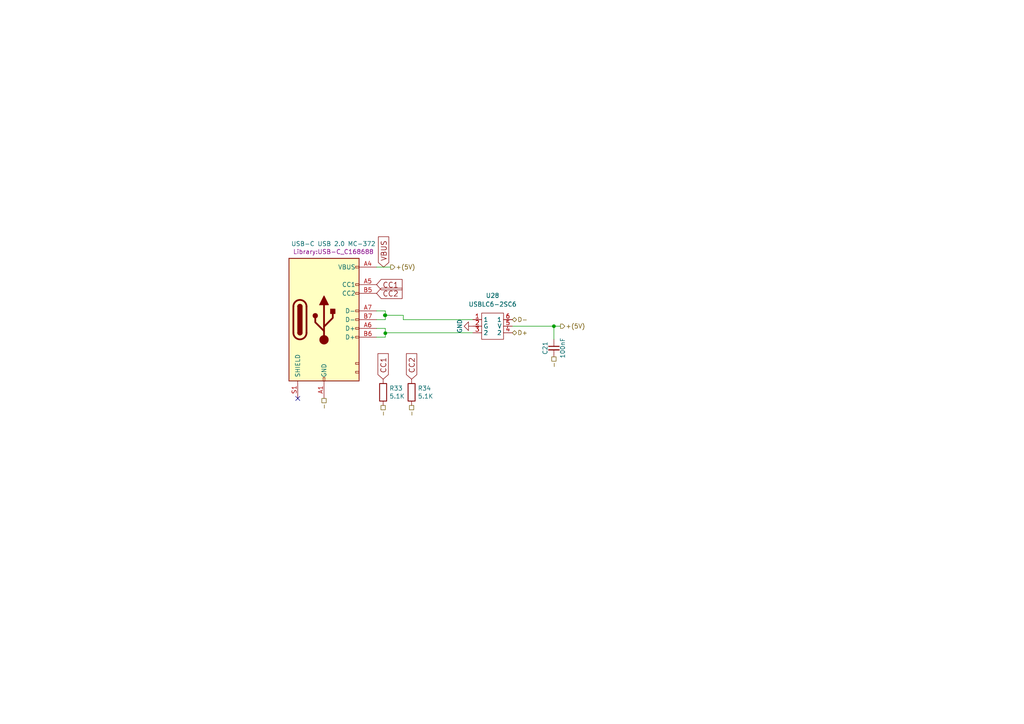
<source format=kicad_sch>
(kicad_sch (version 20211123) (generator eeschema)

  (uuid a37cb43d-3a6d-4f4f-8878-009a7d29d29d)

  (paper "A4")

  (lib_symbols
    (symbol "Device:C_Small" (pin_numbers hide) (pin_names (offset 0.254) hide) (in_bom yes) (on_board yes)
      (property "Reference" "C" (id 0) (at 0.254 1.778 0)
        (effects (font (size 1.27 1.27)) (justify left))
      )
      (property "Value" "C_Small" (id 1) (at 0.254 -2.032 0)
        (effects (font (size 1.27 1.27)) (justify left))
      )
      (property "Footprint" "" (id 2) (at 0 0 0)
        (effects (font (size 1.27 1.27)) hide)
      )
      (property "Datasheet" "~" (id 3) (at 0 0 0)
        (effects (font (size 1.27 1.27)) hide)
      )
      (property "ki_keywords" "capacitor cap" (id 4) (at 0 0 0)
        (effects (font (size 1.27 1.27)) hide)
      )
      (property "ki_description" "Unpolarized capacitor, small symbol" (id 5) (at 0 0 0)
        (effects (font (size 1.27 1.27)) hide)
      )
      (property "ki_fp_filters" "C_*" (id 6) (at 0 0 0)
        (effects (font (size 1.27 1.27)) hide)
      )
      (symbol "C_Small_0_1"
        (polyline
          (pts
            (xy -1.524 -0.508)
            (xy 1.524 -0.508)
          )
          (stroke (width 0.3302) (type default) (color 0 0 0 0))
          (fill (type none))
        )
        (polyline
          (pts
            (xy -1.524 0.508)
            (xy 1.524 0.508)
          )
          (stroke (width 0.3048) (type default) (color 0 0 0 0))
          (fill (type none))
        )
      )
      (symbol "C_Small_1_1"
        (pin passive line (at 0 2.54 270) (length 2.032)
          (name "~" (effects (font (size 1.27 1.27))))
          (number "1" (effects (font (size 1.27 1.27))))
        )
        (pin passive line (at 0 -2.54 90) (length 2.032)
          (name "~" (effects (font (size 1.27 1.27))))
          (number "2" (effects (font (size 1.27 1.27))))
        )
      )
    )
    (symbol "Device:R" (pin_numbers hide) (pin_names (offset 0)) (in_bom yes) (on_board yes)
      (property "Reference" "R" (id 0) (at 2.032 0 90)
        (effects (font (size 1.27 1.27)))
      )
      (property "Value" "R" (id 1) (at 0 0 90)
        (effects (font (size 1.27 1.27)))
      )
      (property "Footprint" "" (id 2) (at -1.778 0 90)
        (effects (font (size 1.27 1.27)) hide)
      )
      (property "Datasheet" "~" (id 3) (at 0 0 0)
        (effects (font (size 1.27 1.27)) hide)
      )
      (property "ki_keywords" "R res resistor" (id 4) (at 0 0 0)
        (effects (font (size 1.27 1.27)) hide)
      )
      (property "ki_description" "Resistor" (id 5) (at 0 0 0)
        (effects (font (size 1.27 1.27)) hide)
      )
      (property "ki_fp_filters" "R_*" (id 6) (at 0 0 0)
        (effects (font (size 1.27 1.27)) hide)
      )
      (symbol "R_0_1"
        (rectangle (start -1.016 -2.54) (end 1.016 2.54)
          (stroke (width 0.254) (type default) (color 0 0 0 0))
          (fill (type none))
        )
      )
      (symbol "R_1_1"
        (pin passive line (at 0 3.81 270) (length 1.27)
          (name "~" (effects (font (size 1.27 1.27))))
          (number "1" (effects (font (size 1.27 1.27))))
        )
        (pin passive line (at 0 -3.81 90) (length 1.27)
          (name "~" (effects (font (size 1.27 1.27))))
          (number "2" (effects (font (size 1.27 1.27))))
        )
      )
    )
    (symbol "Library:USBLC6-2SC6" (in_bom yes) (on_board yes)
      (property "Reference" "U" (id 0) (at 1.27 3.175 0)
        (effects (font (size 1.27 1.27)))
      )
      (property "Value" "USBLC6-2SC6" (id 1) (at 3.175 1.27 0)
        (effects (font (size 1.27 1.27)))
      )
      (property "Footprint" "Library:SOT-23-6-Small" (id 2) (at 1.27 10.16 0)
        (effects (font (size 1.27 1.27)) hide)
      )
      (property "Datasheet" "" (id 3) (at 0 5.715 0)
        (effects (font (size 1.27 1.27)) hide)
      )
      (symbol "USBLC6-2SC6_0_1"
        (rectangle (start 0 0) (end 6.35 -7.62)
          (stroke (width 0) (type default) (color 0 0 0 0))
          (fill (type none))
        )
      )
      (symbol "USBLC6-2SC6_1_1"
        (pin input line (at -2.54 -1.905 0) (length 2.54)
          (name "1" (effects (font (size 1.27 1.27))))
          (number "1" (effects (font (size 1.27 1.27))))
        )
        (pin input line (at -2.54 -3.81 0) (length 2.54)
          (name "G" (effects (font (size 1.27 1.27))))
          (number "2" (effects (font (size 1.27 1.27))))
        )
        (pin input line (at -2.54 -5.715 0) (length 2.54)
          (name "2" (effects (font (size 1.27 1.27))))
          (number "3" (effects (font (size 1.27 1.27))))
        )
        (pin input line (at 8.89 -5.715 180) (length 2.54)
          (name "2" (effects (font (size 1.27 1.27))))
          (number "4" (effects (font (size 1.27 1.27))))
        )
        (pin input line (at 8.89 -3.81 180) (length 2.54)
          (name "V" (effects (font (size 1.27 1.27))))
          (number "5" (effects (font (size 1.27 1.27))))
        )
        (pin input line (at 8.89 -1.905 180) (length 2.54)
          (name "1" (effects (font (size 1.27 1.27))))
          (number "6" (effects (font (size 1.27 1.27))))
        )
      )
    )
    (symbol "Library:USB_C_Receptacle_USB2.0" (pin_names (offset 1.016)) (in_bom yes) (on_board yes)
      (property "Reference" "J1" (id 0) (at 2.7178 24.3078 0)
        (effects (font (size 1.27 1.27)))
      )
      (property "Value" "USB_C_Receptacle_USB2.0" (id 1) (at 2.7178 21.9964 0)
        (effects (font (size 1.27 1.27)))
      )
      (property "Footprint" "Library:USB-C_C168688" (id 2) (at 2.7178 19.685 0)
        (effects (font (size 1.27 1.27)))
      )
      (property "Datasheet" "https://www.usb.org/sites/default/files/documents/usb_type-c.zip" (id 3) (at 3.81 0 0)
        (effects (font (size 1.27 1.27)) hide)
      )
      (property "ki_fp_filters" "USB*C*Receptacle*" (id 4) (at 0 0 0)
        (effects (font (size 1.27 1.27)) hide)
      )
      (symbol "USB_C_Receptacle_USB2.0_0_0"
        (rectangle (start -0.254 -17.78) (end 0.254 -16.764)
          (stroke (width 0) (type default) (color 0 0 0 0))
          (fill (type none))
        )
        (rectangle (start 10.16 -14.986) (end 9.144 -15.494)
          (stroke (width 0) (type default) (color 0 0 0 0))
          (fill (type none))
        )
        (rectangle (start 10.16 -12.446) (end 9.144 -12.954)
          (stroke (width 0) (type default) (color 0 0 0 0))
          (fill (type none))
        )
        (rectangle (start 10.16 -4.826) (end 9.144 -5.334)
          (stroke (width 0) (type default) (color 0 0 0 0))
          (fill (type none))
        )
        (rectangle (start 10.16 -2.286) (end 9.144 -2.794)
          (stroke (width 0) (type default) (color 0 0 0 0))
          (fill (type none))
        )
        (rectangle (start 10.16 0.254) (end 9.144 -0.254)
          (stroke (width 0) (type default) (color 0 0 0 0))
          (fill (type none))
        )
        (rectangle (start 10.16 2.794) (end 9.144 2.286)
          (stroke (width 0) (type default) (color 0 0 0 0))
          (fill (type none))
        )
        (rectangle (start 10.16 7.874) (end 9.144 7.366)
          (stroke (width 0) (type default) (color 0 0 0 0))
          (fill (type none))
        )
        (rectangle (start 10.16 10.414) (end 9.144 9.906)
          (stroke (width 0) (type default) (color 0 0 0 0))
          (fill (type none))
        )
        (rectangle (start 10.16 15.494) (end 9.144 14.986)
          (stroke (width 0) (type default) (color 0 0 0 0))
          (fill (type none))
        )
      )
      (symbol "USB_C_Receptacle_USB2.0_0_1"
        (rectangle (start -10.16 17.78) (end 10.16 -17.78)
          (stroke (width 0.254) (type default) (color 0 0 0 0))
          (fill (type background))
        )
        (arc (start -8.89 -3.81) (mid -6.985 -5.715) (end -5.08 -3.81)
          (stroke (width 0.508) (type default) (color 0 0 0 0))
          (fill (type none))
        )
        (arc (start -7.62 -3.81) (mid -6.985 -4.445) (end -6.35 -3.81)
          (stroke (width 0.254) (type default) (color 0 0 0 0))
          (fill (type none))
        )
        (arc (start -7.62 -3.81) (mid -6.985 -4.445) (end -6.35 -3.81)
          (stroke (width 0.254) (type default) (color 0 0 0 0))
          (fill (type outline))
        )
        (rectangle (start -7.62 -3.81) (end -6.35 3.81)
          (stroke (width 0.254) (type default) (color 0 0 0 0))
          (fill (type outline))
        )
        (arc (start -6.35 3.81) (mid -6.985 4.445) (end -7.62 3.81)
          (stroke (width 0.254) (type default) (color 0 0 0 0))
          (fill (type none))
        )
        (arc (start -6.35 3.81) (mid -6.985 4.445) (end -7.62 3.81)
          (stroke (width 0.254) (type default) (color 0 0 0 0))
          (fill (type outline))
        )
        (arc (start -5.08 3.81) (mid -6.985 5.715) (end -8.89 3.81)
          (stroke (width 0.508) (type default) (color 0 0 0 0))
          (fill (type none))
        )
        (circle (center -2.54 1.143) (radius 0.635)
          (stroke (width 0.254) (type default) (color 0 0 0 0))
          (fill (type outline))
        )
        (circle (center 0 -5.842) (radius 1.27)
          (stroke (width 0) (type default) (color 0 0 0 0))
          (fill (type outline))
        )
        (polyline
          (pts
            (xy -8.89 -3.81)
            (xy -8.89 3.81)
          )
          (stroke (width 0.508) (type default) (color 0 0 0 0))
          (fill (type none))
        )
        (polyline
          (pts
            (xy -5.08 3.81)
            (xy -5.08 -3.81)
          )
          (stroke (width 0.508) (type default) (color 0 0 0 0))
          (fill (type none))
        )
        (polyline
          (pts
            (xy 0 -5.842)
            (xy 0 4.318)
          )
          (stroke (width 0.508) (type default) (color 0 0 0 0))
          (fill (type none))
        )
        (polyline
          (pts
            (xy 0 -3.302)
            (xy -2.54 -0.762)
            (xy -2.54 0.508)
          )
          (stroke (width 0.508) (type default) (color 0 0 0 0))
          (fill (type none))
        )
        (polyline
          (pts
            (xy 0 -2.032)
            (xy 2.54 0.508)
            (xy 2.54 1.778)
          )
          (stroke (width 0.508) (type default) (color 0 0 0 0))
          (fill (type none))
        )
        (polyline
          (pts
            (xy -1.27 4.318)
            (xy 0 6.858)
            (xy 1.27 4.318)
            (xy -1.27 4.318)
          )
          (stroke (width 0.254) (type default) (color 0 0 0 0))
          (fill (type outline))
        )
        (rectangle (start 1.905 1.778) (end 3.175 3.048)
          (stroke (width 0.254) (type default) (color 0 0 0 0))
          (fill (type outline))
        )
      )
      (symbol "USB_C_Receptacle_USB2.0_1_1"
        (pin power_in line (at 0 -22.86 90) (length 5.08)
          (name "GND" (effects (font (size 1.27 1.27))))
          (number "A1" (effects (font (size 1.27 1.27))))
        )
        (pin power_in line (at 15.24 15.24 180) (length 5.08)
          (name "VBUS" (effects (font (size 1.27 1.27))))
          (number "A4" (effects (font (size 1.27 1.27))))
        )
        (pin bidirectional line (at 15.24 10.16 180) (length 5.08)
          (name "CC1" (effects (font (size 1.27 1.27))))
          (number "A5" (effects (font (size 1.27 1.27))))
        )
        (pin bidirectional line (at 15.24 -2.54 180) (length 5.08)
          (name "D+" (effects (font (size 1.27 1.27))))
          (number "A6" (effects (font (size 1.27 1.27))))
        )
        (pin bidirectional line (at 15.24 2.54 180) (length 5.08)
          (name "D-" (effects (font (size 1.27 1.27))))
          (number "A7" (effects (font (size 1.27 1.27))))
        )
        (pin bidirectional line (at 15.24 7.62 180) (length 5.08)
          (name "CC2" (effects (font (size 1.27 1.27))))
          (number "B5" (effects (font (size 1.27 1.27))))
        )
        (pin bidirectional line (at 15.24 -5.08 180) (length 5.08)
          (name "D+" (effects (font (size 1.27 1.27))))
          (number "B6" (effects (font (size 1.27 1.27))))
        )
        (pin bidirectional line (at 15.24 0 180) (length 5.08)
          (name "D-" (effects (font (size 1.27 1.27))))
          (number "B7" (effects (font (size 1.27 1.27))))
        )
        (pin passive line (at -7.62 -22.86 90) (length 5.08)
          (name "SHIELD" (effects (font (size 1.27 1.27))))
          (number "S1" (effects (font (size 1.27 1.27))))
        )
      )
    )
    (symbol "nrfmicro-rescue:GND" (power) (pin_names (offset 0)) (in_bom yes) (on_board yes)
      (property "Reference" "#PWR" (id 0) (at 0 -6.35 0)
        (effects (font (size 1.27 1.27)) hide)
      )
      (property "Value" "GND" (id 1) (at 0 -3.81 0)
        (effects (font (size 1.27 1.27)))
      )
      (property "Footprint" "" (id 2) (at 0 0 0)
        (effects (font (size 1.27 1.27)) hide)
      )
      (property "Datasheet" "" (id 3) (at 0 0 0)
        (effects (font (size 1.27 1.27)) hide)
      )
      (symbol "GND_0_1"
        (polyline
          (pts
            (xy 0 0)
            (xy 0 -1.27)
            (xy 1.27 -1.27)
            (xy 0 -2.54)
            (xy -1.27 -1.27)
            (xy 0 -1.27)
          )
          (stroke (width 0) (type default) (color 0 0 0 0))
          (fill (type none))
        )
      )
      (symbol "GND_1_1"
        (pin power_in line (at 0 0 270) (length 0) hide
          (name "GND" (effects (font (size 1.27 1.27))))
          (number "1" (effects (font (size 1.27 1.27))))
        )
      )
    )
  )

  (junction (at 111.633 91.44) (diameter 0) (color 0 0 0 0)
    (uuid 0925eb39-d6cc-44c1-ab4a-a5367c436d3c)
  )
  (junction (at 111.76 96.647) (diameter 0) (color 0 0 0 0)
    (uuid 2548171f-5e3e-4a27-afa6-155bb23bd85c)
  )
  (junction (at 160.655 94.615) (diameter 0) (color 0 0 0 0)
    (uuid 6e6c1c4b-eedd-4aee-98d2-2d4dbb9d4ccc)
  )
  (junction (at 111.76 91.44) (diameter 0) (color 0 0 0 0)
    (uuid 94fa2a41-f895-49a0-9bf5-b5823bc3d179)
  )

  (no_connect (at 86.36 115.57) (uuid b87f2f85-de5c-42af-b65e-0c0f321452a1))

  (wire (pts (xy 112.014 96.52) (xy 111.76 96.647))
    (stroke (width 0) (type default) (color 0 0 0 0))
    (uuid 09bc68d9-a02a-4cd1-9078-04da36ee5e02)
  )
  (wire (pts (xy 111.76 96.647) (xy 111.76 97.79))
    (stroke (width 0) (type default) (color 0 0 0 0))
    (uuid 0c848b44-a460-4a2d-bb62-68e9060f3eb0)
  )
  (wire (pts (xy 109.22 97.79) (xy 111.76 97.79))
    (stroke (width 0) (type default) (color 0 0 0 0))
    (uuid 20bbcf54-fa39-4e52-9230-c210753f4cd9)
  )
  (wire (pts (xy 111.76 95.25) (xy 111.76 96.647))
    (stroke (width 0) (type default) (color 0 0 0 0))
    (uuid 2a606259-3b78-499e-ac83-d01624afa75b)
  )
  (wire (pts (xy 111.76 91.44) (xy 111.633 91.44))
    (stroke (width 0) (type default) (color 0 0 0 0))
    (uuid 33b49f66-6156-41cb-930a-2ea1fbbec2a8)
  )
  (wire (pts (xy 116.967 92.71) (xy 116.967 91.44))
    (stroke (width 0) (type default) (color 0 0 0 0))
    (uuid 4935447f-8814-4726-8dd3-c9a52ee7126b)
  )
  (wire (pts (xy 160.655 98.425) (xy 160.655 94.615))
    (stroke (width 0) (type default) (color 0 0 0 0))
    (uuid 5456b3f5-dffc-434c-90bc-8ebd5ad05e2f)
  )
  (wire (pts (xy 109.22 92.71) (xy 111.76 92.71))
    (stroke (width 0) (type default) (color 0 0 0 0))
    (uuid 58f04270-823e-4df3-b75f-207bb579246f)
  )
  (wire (pts (xy 111.76 91.44) (xy 111.76 92.71))
    (stroke (width 0) (type default) (color 0 0 0 0))
    (uuid 5cdc2772-db30-420e-ac50-1fe91ec55bcf)
  )
  (wire (pts (xy 113.284 77.47) (xy 109.22 77.47))
    (stroke (width 0) (type default) (color 0 0 0 0))
    (uuid b83565d2-faae-4549-b4b7-18fff9ed622b)
  )
  (wire (pts (xy 148.59 94.615) (xy 160.655 94.615))
    (stroke (width 0) (type default) (color 0 0 0 0))
    (uuid c126cd01-7e08-4d98-a5b6-0449b4cf2f84)
  )
  (wire (pts (xy 137.16 92.71) (xy 116.967 92.71))
    (stroke (width 0) (type default) (color 0 0 0 0))
    (uuid c3a618b5-9dc3-4a89-a157-e1eb9fd5c63b)
  )
  (wire (pts (xy 112.014 96.52) (xy 137.16 96.52))
    (stroke (width 0) (type default) (color 0 0 0 0))
    (uuid cc8386a6-1419-4f84-a9a9-8a0f266f988f)
  )
  (wire (pts (xy 160.655 94.615) (xy 162.56 94.615))
    (stroke (width 0) (type default) (color 0 0 0 0))
    (uuid f0a254b6-2d0c-46f9-a107-274c6d0d3f50)
  )
  (wire (pts (xy 116.967 91.44) (xy 111.76 91.44))
    (stroke (width 0) (type default) (color 0 0 0 0))
    (uuid f0f9b3cd-de10-476d-9bef-273765ae37c4)
  )
  (wire (pts (xy 109.22 90.17) (xy 111.76 90.17))
    (stroke (width 0) (type default) (color 0 0 0 0))
    (uuid f1d3f0c1-36e0-4f4d-b494-a65d4f5034db)
  )
  (wire (pts (xy 109.22 95.25) (xy 111.76 95.25))
    (stroke (width 0) (type default) (color 0 0 0 0))
    (uuid f54a77a7-c034-4404-b0ab-e359de2ce6a8)
  )
  (wire (pts (xy 111.76 90.17) (xy 111.76 91.44))
    (stroke (width 0) (type default) (color 0 0 0 0))
    (uuid f61a4dde-7c43-417f-84ae-ec5d0c116b2e)
  )

  (global_label "CC1" (shape input) (at 111.125 109.982 90) (fields_autoplaced)
    (effects (font (size 1.524 1.524)) (justify left))
    (uuid 0f0b2b68-bc1a-4482-b735-c192ea1cb99f)
    (property "Intersheet References" "${INTERSHEET_REFS}" (id 0) (at -34.925 -4.318 0)
      (effects (font (size 1.27 1.27)) hide)
    )
  )
  (global_label "CC1" (shape input) (at 109.22 82.55 0) (fields_autoplaced)
    (effects (font (size 1.524 1.524)) (justify left))
    (uuid 8255078f-e2d7-4b94-8f1d-7b120c3ac4be)
    (property "Intersheet References" "${INTERSHEET_REFS}" (id 0) (at -156.845 46.99 0)
      (effects (font (size 1.27 1.27)) hide)
    )
  )
  (global_label "CC2" (shape input) (at 119.38 109.982 90) (fields_autoplaced)
    (effects (font (size 1.524 1.524)) (justify left))
    (uuid 8c9ab6b0-ca5b-4a81-8f5a-3c8d51027e7d)
    (property "Intersheet References" "${INTERSHEET_REFS}" (id 0) (at -34.925 -4.318 0)
      (effects (font (size 1.27 1.27)) hide)
    )
  )
  (global_label "VBUS" (shape input) (at 111.252 77.47 90) (fields_autoplaced)
    (effects (font (size 1.524 1.524)) (justify left))
    (uuid b322281e-1e8a-4d50-b720-6c4865303ea6)
    (property "Intersheet References" "${INTERSHEET_REFS}" (id 0) (at 111.1568 68.6961 90)
      (effects (font (size 1.524 1.524)) (justify left) hide)
    )
  )
  (global_label "CC2" (shape input) (at 109.22 85.09 0) (fields_autoplaced)
    (effects (font (size 1.524 1.524)) (justify left))
    (uuid f19fb114-8e55-482a-bde5-54421cd89443)
    (property "Intersheet References" "${INTERSHEET_REFS}" (id 0) (at -156.845 46.99 0)
      (effects (font (size 1.27 1.27)) hide)
    )
  )

  (hierarchical_label "-" (shape passive) (at 93.98 115.57 270)
    (effects (font (size 1.27 1.27)) (justify right))
    (uuid 1e3c69d6-1647-48aa-bdac-ec5eafb577b6)
  )
  (hierarchical_label "-" (shape passive) (at 119.38 117.602 270)
    (effects (font (size 1.27 1.27)) (justify right))
    (uuid 2dc5f8ca-b4d5-48bb-b2e5-815f0879d1d9)
  )
  (hierarchical_label "+(5V)" (shape output) (at 162.56 94.615 0)
    (effects (font (size 1.27 1.27)) (justify left))
    (uuid 43230768-f645-4c79-add2-bf8ffc97e3bb)
  )
  (hierarchical_label "-" (shape passive) (at 160.655 103.505 270)
    (effects (font (size 1.27 1.27)) (justify right))
    (uuid 8b694e80-8ddf-4e31-9e7a-5e42c3cefe19)
  )
  (hierarchical_label "D-" (shape bidirectional) (at 148.59 92.71 0)
    (effects (font (size 1.27 1.27)) (justify left))
    (uuid 9601cf30-a552-4039-8c59-9200db5842a1)
  )
  (hierarchical_label "-" (shape passive) (at 111.125 117.602 270)
    (effects (font (size 1.27 1.27)) (justify right))
    (uuid a4a71f1b-2e52-4aa9-ae82-55d2f1191c90)
  )
  (hierarchical_label "D+" (shape bidirectional) (at 148.59 96.52 0)
    (effects (font (size 1.27 1.27)) (justify left))
    (uuid def61fba-3bc6-4da2-aee4-83c84f3879aa)
  )
  (hierarchical_label "+(5V)" (shape output) (at 113.284 77.47 0)
    (effects (font (size 1.27 1.27)) (justify left))
    (uuid f1a1cfe6-ec21-4118-a0e9-076bcb5ac170)
  )

  (symbol (lib_id "Library:USBLC6-2SC6") (at 139.7 90.805 0) (unit 1)
    (in_bom yes) (on_board yes) (fields_autoplaced)
    (uuid 0de98220-466a-4844-86cd-10e1e5c1b9f0)
    (property "Reference" "U28" (id 0) (at 142.875 85.725 0))
    (property "Value" "USBLC6-2SC6" (id 1) (at 142.875 88.265 0))
    (property "Footprint" "Library:SOT-23-6-Small" (id 2) (at 140.97 80.645 0)
      (effects (font (size 1.27 1.27)) hide)
    )
    (property "Datasheet" "" (id 3) (at 139.7 85.09 0)
      (effects (font (size 1.27 1.27)) hide)
    )
    (pin "1" (uuid 36b018ad-5296-4619-8422-d9134d5ae73d))
    (pin "2" (uuid f3591372-a965-48a2-be62-0fa4f74a5dc2))
    (pin "3" (uuid 4a47b6aa-b010-4762-82fd-37a5e1602090))
    (pin "4" (uuid 48bd5209-20f0-42c0-b09c-cb1d91585e59))
    (pin "5" (uuid 7cad9665-7a09-4b58-8a8e-e7bbd9f39fc0))
    (pin "6" (uuid 0c9b9ce8-81c6-4e33-ae5f-3012bf9fa1a7))
  )

  (symbol (lib_id "Device:C_Small") (at 160.655 100.965 0) (unit 1)
    (in_bom yes) (on_board yes)
    (uuid 3ba7df87-0bca-4131-ab07-2f4ac9f375e0)
    (property "Reference" "C21" (id 0) (at 158.115 100.965 90))
    (property "Value" "100nF" (id 1) (at 163.195 100.965 90))
    (property "Footprint" "Capacitor_SMD:C_0402_1005Metric" (id 2) (at 160.655 100.965 0)
      (effects (font (size 1.27 1.27)) hide)
    )
    (property "Datasheet" "~" (id 3) (at 160.655 100.965 0)
      (effects (font (size 1.27 1.27)) hide)
    )
    (pin "1" (uuid 74a6c760-72c1-40f2-b771-01fda12bedcd))
    (pin "2" (uuid 6f62c644-6fae-4a95-9e33-1b48fd954fcd))
  )

  (symbol (lib_id "nrfmicro-rescue:GND") (at 137.16 94.615 270) (unit 1)
    (in_bom yes) (on_board yes)
    (uuid 92836390-5da6-4681-b091-08959e57beae)
    (property "Reference" "#PWR044" (id 0) (at 130.81 94.615 0)
      (effects (font (size 1.27 1.27)) hide)
    )
    (property "Value" "GND" (id 1) (at 133.35 94.615 0))
    (property "Footprint" "" (id 2) (at 137.16 94.615 0)
      (effects (font (size 1.27 1.27)) hide)
    )
    (property "Datasheet" "" (id 3) (at 137.16 94.615 0)
      (effects (font (size 1.27 1.27)) hide)
    )
    (pin "1" (uuid d00498c9-31d8-49bc-8cd0-bd4ed0d7a997))
  )

  (symbol (lib_id "Library:USB_C_Receptacle_USB2.0") (at 93.98 92.71 0) (unit 1)
    (in_bom yes) (on_board yes)
    (uuid b69baea5-5fbe-41f3-ab20-f9cbb218f1fe)
    (property "Reference" "J1" (id 0) (at 96.6978 68.4022 0)
      (effects (font (size 1.27 1.27)) hide)
    )
    (property "Value" "USB-C USB 2.0 MC-372" (id 1) (at 96.6978 70.7136 0))
    (property "Footprint" "Library:USB-C_C168688" (id 2) (at 96.6978 73.025 0))
    (property "Datasheet" "https://www.usb.org/sites/default/files/documents/usb_type-c.zip" (id 3) (at 97.79 92.71 0)
      (effects (font (size 1.27 1.27)) hide)
    )
    (pin "A1" (uuid 55759b22-8a29-487a-accc-980c8f00ecc4))
    (pin "A4" (uuid c9159516-8492-4c88-bceb-35b6f3589476))
    (pin "A5" (uuid 9dacbdcb-b39e-4f9c-abb0-9a6cf8d066aa))
    (pin "A6" (uuid f4ae56f3-98cf-4d73-929d-b5b130d4c555))
    (pin "A7" (uuid 3d01cb42-7fbf-4cf2-a3a6-9beae436fa1d))
    (pin "B5" (uuid 6192cac6-9233-419b-9b82-d6a85dcd9cea))
    (pin "B6" (uuid 5b429299-2503-4e81-82ad-6f7c436eade7))
    (pin "B7" (uuid ca5fabd5-3731-4807-b1b3-a567c5de78db))
    (pin "S1" (uuid 26546f10-07fc-4021-99f2-b7fb69bd2bdf))
  )

  (symbol (lib_id "Device:R") (at 111.125 113.792 0) (unit 1)
    (in_bom yes) (on_board yes)
    (uuid c769c829-8734-40ca-a322-167085cc12f2)
    (property "Reference" "R33" (id 0) (at 112.903 112.6236 0)
      (effects (font (size 1.27 1.27)) (justify left))
    )
    (property "Value" "5.1K" (id 1) (at 112.903 114.935 0)
      (effects (font (size 1.27 1.27)) (justify left))
    )
    (property "Footprint" "Resistor_SMD:R_0402_1005Metric" (id 2) (at 109.347 113.792 90)
      (effects (font (size 1.27 1.27)) hide)
    )
    (property "Datasheet" "~" (id 3) (at 111.125 113.792 0)
      (effects (font (size 1.27 1.27)) hide)
    )
    (pin "1" (uuid a48782ad-3c91-4c88-8a72-33957af8d59b))
    (pin "2" (uuid 069fca22-220f-420b-a0d4-4bbfaa5a29d3))
  )

  (symbol (lib_id "Device:R") (at 119.38 113.792 0) (unit 1)
    (in_bom yes) (on_board yes)
    (uuid d78a2916-1ba6-4ea1-b248-a8f8cf2a7907)
    (property "Reference" "R34" (id 0) (at 121.158 112.6236 0)
      (effects (font (size 1.27 1.27)) (justify left))
    )
    (property "Value" "5.1K" (id 1) (at 121.158 114.935 0)
      (effects (font (size 1.27 1.27)) (justify left))
    )
    (property "Footprint" "Resistor_SMD:R_0402_1005Metric" (id 2) (at 117.602 113.792 90)
      (effects (font (size 1.27 1.27)) hide)
    )
    (property "Datasheet" "~" (id 3) (at 119.38 113.792 0)
      (effects (font (size 1.27 1.27)) hide)
    )
    (pin "1" (uuid e3a7c731-fe2f-485d-867b-66ae3bd6de6a))
    (pin "2" (uuid 43b1d047-61f0-451e-8055-4ac302d3076a))
  )
)

</source>
